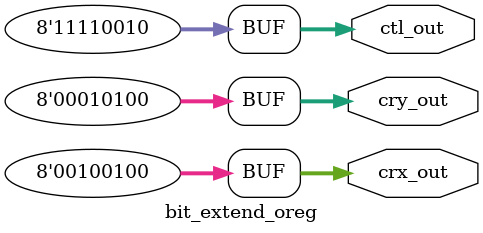
<source format=sv>
module bit_extend_oreg (
	output logic [7:0] crx_out,
	output logic [7:0] cry_out,
	output logic [7:0] ctl_out
);

assign crx_out = 8'b0010_0100;	// 40
assign cry_out = 8'b0001_0100;  // 20
assign ctl_out = 8'b1111_0010;

endmodule
</source>
